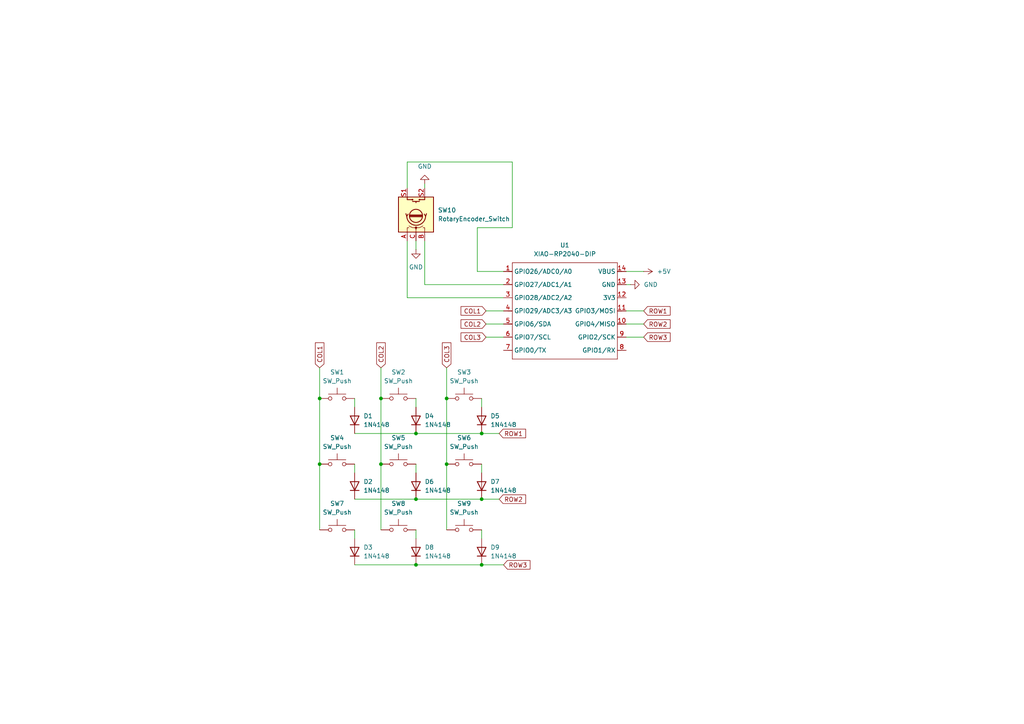
<source format=kicad_sch>
(kicad_sch (version 20250114) (generator "eeschema") (generator_version "9.0")
  (paper "A4")
  (lib_symbols
    (symbol "Device:RotaryEncoder_Switch" (pin_names (offset 0.254) (hide yes))
      (property "Reference" "SW" (at 0 6.604 0))
      (property "Value" "RotaryEncoder_Switch" (at 0 -6.604 0))
      (symbol "RotaryEncoder_Switch_0_1"
        (rectangle (start -5.08 5.08) (end 5.08 -5.08) (stroke (width 0.254)) (fill (type background)))
        (polyline (pts (xy -5.08 2.54) (xy -3.81 2.54) (xy -3.81 2.032)))
        (polyline (pts (xy -5.08 0) (xy -3.81 0) (xy -3.81 -1.016) (xy -3.302 -2.032)))
        (polyline (pts (xy -5.08 -2.54) (xy -3.81 -2.54) (xy -3.81 -2.032)))
        (polyline (pts (xy -4.318 0) (xy -3.81 0) (xy -3.81 1.016) (xy -3.302 2.032)))
        (circle (center -3.81 0) (radius 0.254) (fill (type outline)))
        (polyline (pts (xy -0.635 -1.778) (xy -0.635 1.778)) (stroke (width 0.254)))
        (circle (center -0.381 0) (radius 1.905) (stroke (width 0.254)))
        (polyline (pts (xy -0.381 -1.778) (xy -0.381 1.778)) (stroke (width 0.254)))
        (arc (start -0.381 -2.794) (mid -3.0988 -0.0635) (end -0.381 2.667) (stroke (width 0.254)))
        (polyline (pts (xy -0.127 1.778) (xy -0.127 -1.778)) (stroke (width 0.254)))
        (polyline (pts (xy 0.254 2.921) (xy -0.508 2.667) (xy 0.127 2.286)) (stroke (width 0.254)))
        (polyline (pts (xy 0.254 -3.048) (xy -0.508 -2.794) (xy 0.127 -2.413)) (stroke (width 0.254)))
        (polyline (pts (xy 3.81 1.016) (xy 3.81 -1.016)) (stroke (width 0.254)))
        (polyline (pts (xy 3.81 0) (xy 3.429 0)) (stroke (width 0.254)))
        (circle (center 4.318 1.016) (radius 0.127) (stroke (width 0.254)))
        (circle (center 4.318 -1.016) (radius 0.127) (stroke (width 0.254)))
        (polyline (pts (xy 5.08 2.54) (xy 4.318 2.54) (xy 4.318 1.016)) (stroke (width 0.254)))
        (polyline (pts (xy 5.08 -2.54) (xy 4.318 -2.54) (xy 4.318 -1.016)) (stroke (width 0.254)))
      )
      (symbol "RotaryEncoder_Switch_1_1"
        (pin passive line (at -7.62 2.54 0) (length 2.54) (name "A") (number "A"))
        (pin passive line (at -7.62 0 0) (length 2.54) (name "C") (number "C"))
        (pin passive line (at -7.62 -2.54 0) (length 2.54) (name "B") (number "B"))
        (pin passive line (at 7.62 2.54 180) (length 2.54) (name "S1") (number "S1"))
        (pin passive line (at 7.62 -2.54 180) (length 2.54) (name "S2") (number "S2"))
      )
    )
    (symbol "Diode:1N4148" (pin_numbers (hide yes)) (pin_names (hide yes))
      (property "Reference" "D" (at 0 2.54 0))
      (property "Value" "1N4148" (at 0 -2.54 0))
      (symbol "1N4148_0_1"
        (polyline (pts (xy -1.27 1.27) (xy -1.27 -1.27)) (stroke (width 0.254)))
        (polyline (pts (xy 1.27 1.27) (xy 1.27 -1.27) (xy -1.27 0) (xy 1.27 1.27)) (stroke (width 0.254)))
        (polyline (pts (xy 1.27 0) (xy -1.27 0)))
      )
      (symbol "1N4148_1_1"
        (pin passive line (at -3.81 0 0) (length 2.54) (name "K") (number "1"))
        (pin passive line (at 3.81 0 180) (length 2.54) (name "A") (number "2"))
      )
    )
    (symbol "OPL:XIAO-RP2040-DIP"
      (property "Reference" "U" (at 0 0 0))
      (property "Value" "XIAO-RP2040-DIP" (at 5.334 -1.778 0))
      (symbol "XIAO-RP2040-DIP_1_0"
        (polyline (pts (xy -1.27 -2.54) (xy 29.21 -2.54)) (stroke (width 0.1524)))
        (polyline (pts (xy -1.27 -5.08) (xy -2.54 -5.08)) (stroke (width 0.1524)))
        (polyline (pts (xy -1.27 -5.08) (xy -1.27 -2.54)) (stroke (width 0.1524)))
        (polyline (pts (xy -1.27 -8.89) (xy -2.54 -8.89)) (stroke (width 0.1524)))
        (polyline (pts (xy -1.27 -8.89) (xy -1.27 -5.08)) (stroke (width 0.1524)))
        (polyline (pts (xy -1.27 -12.7) (xy -2.54 -12.7)) (stroke (width 0.1524)))
        (polyline (pts (xy -1.27 -12.7) (xy -1.27 -8.89)) (stroke (width 0.1524)))
        (polyline (pts (xy -1.27 -16.51) (xy -2.54 -16.51)) (stroke (width 0.1524)))
        (polyline (pts (xy -1.27 -16.51) (xy -1.27 -12.7)) (stroke (width 0.1524)))
        (polyline (pts (xy -1.27 -20.32) (xy -2.54 -20.32)) (stroke (width 0.1524)))
        (polyline (pts (xy -1.27 -24.13) (xy -2.54 -24.13)) (stroke (width 0.1524)))
        (polyline (pts (xy -1.27 -27.94) (xy -2.54 -27.94)) (stroke (width 0.1524)))
        (polyline (pts (xy -1.27 -30.48) (xy -1.27 -16.51)) (stroke (width 0.1524)))
        (polyline (pts (xy 29.21 -2.54) (xy 29.21 -5.08)) (stroke (width 0.1524)))
        (polyline (pts (xy 29.21 -5.08) (xy 29.21 -8.89)) (stroke (width 0.1524)))
        (polyline (pts (xy 29.21 -8.89) (xy 29.21 -12.7)) (stroke (width 0.1524)))
        (polyline (pts (xy 29.21 -12.7) (xy 29.21 -30.48)) (stroke (width 0.1524)))
        (polyline (pts (xy 29.21 -30.48) (xy -1.27 -30.48)) (stroke (width 0.1524)))
        (polyline (pts (xy 30.48 -5.08) (xy 29.21 -5.08)) (stroke (width 0.1524)))
        (polyline (pts (xy 30.48 -8.89) (xy 29.21 -8.89)) (stroke (width 0.1524)))
        (polyline (pts (xy 30.48 -12.7) (xy 29.21 -12.7)) (stroke (width 0.1524)))
        (polyline (pts (xy 30.48 -16.51) (xy 29.21 -16.51)) (stroke (width 0.1524)))
        (polyline (pts (xy 30.48 -20.32) (xy 29.21 -20.32)) (stroke (width 0.1524)))
        (polyline (pts (xy 30.48 -24.13) (xy 29.21 -24.13)) (stroke (width 0.1524)))
        (polyline (pts (xy 30.48 -27.94) (xy 29.21 -27.94)) (stroke (width 0.1524)))
        (pin passive line (at -3.81 -5.08 0) (length 2.54) (name "GPIO26/ADC0/A0") (number "1"))
        (pin passive line (at -3.81 -8.89 0) (length 2.54) (name "GPIO27/ADC1/A1") (number "2"))
        (pin passive line (at -3.81 -12.7 0) (length 2.54) (name "GPIO28/ADC2/A2") (number "3"))
        (pin passive line (at -3.81 -16.51 0) (length 2.54) (name "GPIO29/ADC3/A3") (number "4"))
        (pin passive line (at -3.81 -20.32 0) (length 2.54) (name "GPIO6/SDA") (number "5"))
        (pin passive line (at -3.81 -24.13 0) (length 2.54) (name "GPIO7/SCL") (number "6"))
        (pin passive line (at -3.81 -27.94 0) (length 2.54) (name "GPIO0/TX") (number "7"))
        (pin passive line (at 31.75 -5.08 180) (length 2.54) (name "VBUS") (number "14"))
        (pin passive line (at 31.75 -8.89 180) (length 2.54) (name "GND") (number "13"))
        (pin passive line (at 31.75 -12.7 180) (length 2.54) (name "3V3") (number "12"))
        (pin passive line (at 31.75 -16.51 180) (length 2.54) (name "GPIO3/MOSI") (number "11"))
        (pin passive line (at 31.75 -20.32 180) (length 2.54) (name "GPIO4/MISO") (number "10"))
        (pin passive line (at 31.75 -24.13 180) (length 2.54) (name "GPIO2/SCK") (number "9"))
        (pin passive line (at 31.75 -27.94 180) (length 2.54) (name "GPIO1/RX") (number "8"))
      )
    )
    (symbol "Switch:SW_Push" (pin_numbers (hide yes)) (pin_names (offset 1.016) (hide yes))
      (property "Reference" "SW" (at 1.27 2.54 0))
      (property "Value" "SW_Push" (at 0 -1.524 0))
      (symbol "SW_Push_0_1"
        (circle (center -2.032 0) (radius 0.508))
        (polyline (pts (xy 0 1.27) (xy 0 3.048)))
        (circle (center 2.032 0) (radius 0.508))
        (polyline (pts (xy 2.54 1.27) (xy -2.54 1.27)))
        (pin passive line (at -5.08 0 0) (length 2.54) (name "1") (number "1"))
        (pin passive line (at 5.08 0 180) (length 2.54) (name "2") (number "2"))
      )
    )
    (symbol "power:+5V" (power) (pin_numbers (hide yes)) (pin_names (offset 0) (hide yes))
      (property "Value" "+5V" (at 0 3.556 0))
      (symbol "+5V_0_1"
        (polyline (pts (xy -0.762 1.27) (xy 0 2.54)))
        (polyline (pts (xy 0 2.54) (xy 0.762 1.27)))
        (polyline (pts (xy 0 0) (xy 0 2.54)))
      )
      (symbol "+5V_1_1"
        (pin power_in line (at 0 0 90) (length 0) (name "~") (number "1"))
      )
    )
    (symbol "power:GND" (power) (pin_numbers (hide yes)) (pin_names (offset 0) (hide yes))
      (property "Value" "GND" (at 0 -3.81 0))
      (symbol "GND_0_1"
        (polyline (pts (xy 0 0) (xy 0 -1.27) (xy 1.27 -1.27) (xy 0 -2.54) (xy -1.27 -1.27) (xy 0 -1.27)))
      )
      (symbol "GND_1_1"
        (pin power_in line (at 0 0 270) (length 0) (name "~") (number "1"))
      )
    )
  )
  (junction (at 129.54 115.57))
  (junction (at 110.49 115.57))
  (junction (at 139.7 163.83))
  (junction (at 92.71 115.57))
  (junction (at 120.65 144.78))
  (junction (at 139.7 125.73))
  (junction (at 92.71 134.62))
  (junction (at 120.65 125.73))
  (junction (at 139.7 144.78))
  (junction (at 120.65 163.83))
  (junction (at 129.54 134.62))
  (junction (at 110.49 134.62))
  (wire (pts (xy 146.05 78.74) (xy 138.43 78.74)))
  (wire (pts (xy 110.49 134.62) (xy 110.49 153.67)))
  (wire (pts (xy 138.43 66.04) (xy 148.59 66.04)))
  (wire (pts (xy 110.49 115.57) (xy 110.49 134.62)))
  (wire (pts (xy 129.54 106.68) (xy 129.54 115.57)))
  (wire (pts (xy 181.61 90.17) (xy 186.69 90.17)))
  (wire (pts (xy 92.71 134.62) (xy 92.71 153.67)))
  (wire (pts (xy 120.65 163.83) (xy 139.7 163.83)))
  (wire (pts (xy 140.97 97.79) (xy 146.05 97.79)))
  (wire (pts (xy 148.59 66.04) (xy 148.59 46.99)))
  (wire (pts (xy 102.87 125.73) (xy 120.65 125.73)))
  (wire (pts (xy 120.65 115.57) (xy 120.65 118.11)))
  (wire (pts (xy 102.87 134.62) (xy 102.87 137.16)))
  (wire (pts (xy 140.97 93.98) (xy 146.05 93.98)))
  (wire (pts (xy 139.7 134.62) (xy 139.7 137.16)))
  (wire (pts (xy 139.7 125.73) (xy 144.78 125.73)))
  (wire (pts (xy 102.87 144.78) (xy 120.65 144.78)))
  (wire (pts (xy 181.61 82.55) (xy 182.88 82.55)))
  (wire (pts (xy 102.87 153.67) (xy 102.87 156.21)))
  (wire (pts (xy 139.7 144.78) (xy 144.78 144.78)))
  (wire (pts (xy 110.49 106.68) (xy 110.49 115.57)))
  (wire (pts (xy 139.7 153.67) (xy 139.7 156.21)))
  (wire (pts (xy 148.59 46.99) (xy 118.11 46.99)))
  (wire (pts (xy 129.54 134.62) (xy 129.54 153.67)))
  (wire (pts (xy 118.11 46.99) (xy 118.11 54.61)))
  (wire (pts (xy 120.65 69.85) (xy 120.65 72.39)))
  (wire (pts (xy 102.87 115.57) (xy 102.87 118.11)))
  (wire (pts (xy 120.65 153.67) (xy 120.65 156.21)))
  (wire (pts (xy 123.19 53.34) (xy 123.19 54.61)))
  (wire (pts (xy 123.19 82.55) (xy 146.05 82.55)))
  (wire (pts (xy 92.71 115.57) (xy 92.71 134.62)))
  (wire (pts (xy 181.61 97.79) (xy 186.69 97.79)))
  (wire (pts (xy 118.11 86.36) (xy 146.05 86.36)))
  (wire (pts (xy 140.97 90.17) (xy 146.05 90.17)))
  (wire (pts (xy 118.11 69.85) (xy 118.11 86.36)))
  (wire (pts (xy 92.71 106.68) (xy 92.71 115.57)))
  (wire (pts (xy 181.61 93.98) (xy 186.69 93.98)))
  (wire (pts (xy 120.65 125.73) (xy 139.7 125.73)))
  (wire (pts (xy 102.87 163.83) (xy 120.65 163.83)))
  (wire (pts (xy 181.61 78.74) (xy 186.69 78.74)))
  (wire (pts (xy 120.65 134.62) (xy 120.65 137.16)))
  (wire (pts (xy 120.65 144.78) (xy 139.7 144.78)))
  (wire (pts (xy 139.7 115.57) (xy 139.7 118.11)))
  (wire (pts (xy 139.7 163.83) (xy 146.05 163.83)))
  (wire (pts (xy 138.43 78.74) (xy 138.43 66.04)))
  (wire (pts (xy 129.54 115.57) (xy 129.54 134.62)))
  (wire (pts (xy 123.19 69.85) (xy 123.19 82.55)))
  (global_label "COL3" (shape input) (at 129.54 106.68 90) (property "Intersheetrefs" "${INTERSHEET_REFS}" (effects (hide yes))))
  (global_label "COL3" (shape input) (at 140.97 97.79 180) (property "Intersheetrefs" "${INTERSHEET_REFS}" (effects (hide yes))))
  (global_label "COL2" (shape input) (at 110.49 106.68 90) (property "Intersheetrefs" "${INTERSHEET_REFS}" (effects (hide yes))))
  (global_label "ROW3" (shape input) (at 146.05 163.83 0) (property "Intersheetrefs" "${INTERSHEET_REFS}" (effects (hide yes))))
  (global_label "ROW1" (shape input) (at 186.69 90.17 0) (property "Intersheetrefs" "${INTERSHEET_REFS}" (effects (hide yes))))
  (global_label "ROW2" (shape input) (at 186.69 93.98 0) (property "Intersheetrefs" "${INTERSHEET_REFS}" (effects (hide yes))))
  (global_label "ROW2" (shape input) (at 144.78 144.78 0) (property "Intersheetrefs" "${INTERSHEET_REFS}" (effects (hide yes))))
  (global_label "ROW3" (shape input) (at 186.69 97.79 0) (property "Intersheetrefs" "${INTERSHEET_REFS}" (effects (hide yes))))
  (global_label "ROW1" (shape input) (at 144.78 125.73 0) (property "Intersheetrefs" "${INTERSHEET_REFS}" (effects (hide yes))))
  (global_label "COL1" (shape input) (at 140.97 90.17 180) (property "Intersheetrefs" "${INTERSHEET_REFS}" (effects (hide yes))))
  (global_label "COL1" (shape input) (at 92.71 106.68 90) (property "Intersheetrefs" "${INTERSHEET_REFS}" (effects (hide yes))))
  (global_label "COL2" (shape input) (at 140.97 93.98 180) (property "Intersheetrefs" "${INTERSHEET_REFS}" (effects (hide yes))))
  (symbol (lib_id "Switch:SW_Push") (at 97.79 134.62 0) (unit 1)
    (property "Reference" "SW4" (at 97.79 127 0))
    (property "Value" "SW_Push" (at 97.79 129.54 0))
    (property "Footprint" "Button_Switch_Keyboard:SW_Cherry_MX_1.00u_PCB" (effects (hide yes)))
    (property "Description" "Push button switch, generic, two pins" (effects (hide yes)))
  )
  (symbol (lib_id "Diode:1N4148") (at 139.7 160.02 90) (unit 1)
    (property "Reference" "D9" (at 142.24 158.7499 90) (effects (justify right)))
    (property "Value" "1N4148" (at 142.24 161.2899 90) (effects (justify right)))
    (property "Footprint" "Diode_THT:D_DO-35_SOD27_P7.62mm_Horizontal" (effects (hide yes)))
    (property "Datasheet" "https://assets.nexperia.com/documents/data-sheet/1N4148_1N4448.pdf" (effects (hide yes)))
    (property "Description" "100V 0.15A standard switching diode, DO-35" (effects (hide yes)))
    (property "Sim.Device" "D" (effects (hide yes)))
    (property "Sim.Pins" "1=K 2=A" (effects (hide yes)))
  )
  (symbol (lib_id "Diode:1N4148") (at 102.87 121.92 90) (unit 1)
    (property "Reference" "D1" (at 105.41 120.6499 90) (effects (justify right)))
    (property "Value" "1N4148" (at 105.41 123.1899 90) (effects (justify right)))
    (property "Footprint" "Diode_THT:D_DO-35_SOD27_P7.62mm_Horizontal" (effects (hide yes)))
    (property "Datasheet" "https://assets.nexperia.com/documents/data-sheet/1N4148_1N4448.pdf" (effects (hide yes)))
    (property "Description" "100V 0.15A standard switching diode, DO-35" (effects (hide yes)))
    (property "Sim.Device" "D" (effects (hide yes)))
    (property "Sim.Pins" "1=K 2=A" (effects (hide yes)))
  )
  (symbol (lib_id "Diode:1N4148") (at 120.65 121.92 90) (unit 1)
    (property "Reference" "D4" (at 123.19 120.6499 90) (effects (justify right)))
    (property "Value" "1N4148" (at 123.19 123.1899 90) (effects (justify right)))
    (property "Footprint" "Diode_THT:D_DO-35_SOD27_P7.62mm_Horizontal" (effects (hide yes)))
    (property "Datasheet" "https://assets.nexperia.com/documents/data-sheet/1N4148_1N4448.pdf" (effects (hide yes)))
    (property "Description" "100V 0.15A standard switching diode, DO-35" (effects (hide yes)))
    (property "Sim.Device" "D" (effects (hide yes)))
    (property "Sim.Pins" "1=K 2=A" (effects (hide yes)))
  )
  (symbol (lib_id "Diode:1N4148") (at 102.87 140.97 90) (unit 1)
    (property "Reference" "D2" (at 105.41 139.6999 90) (effects (justify right)))
    (property "Value" "1N4148" (at 105.41 142.2399 90) (effects (justify right)))
    (property "Footprint" "Diode_THT:D_DO-35_SOD27_P7.62mm_Horizontal" (effects (hide yes)))
    (property "Datasheet" "https://assets.nexperia.com/documents/data-sheet/1N4148_1N4448.pdf" (effects (hide yes)))
    (property "Description" "100V 0.15A standard switching diode, DO-35" (effects (hide yes)))
    (property "Sim.Device" "D" (effects (hide yes)))
    (property "Sim.Pins" "1=K 2=A" (effects (hide yes)))
  )
  (symbol (lib_id "Switch:SW_Push") (at 115.57 153.67 0) (unit 1)
    (property "Reference" "SW8" (at 115.57 146.05 0))
    (property "Value" "SW_Push" (at 115.57 148.59 0))
    (property "Footprint" "Button_Switch_Keyboard:SW_Cherry_MX_1.00u_PCB" (effects (hide yes)))
    (property "Description" "Push button switch, generic, two pins" (effects (hide yes)))
  )
  (symbol (lib_id "Switch:SW_Push") (at 97.79 153.67 0) (unit 1)
    (property "Reference" "SW7" (at 97.79 146.05 0))
    (property "Value" "SW_Push" (at 97.79 148.59 0))
    (property "Footprint" "Button_Switch_Keyboard:SW_Cherry_MX_1.00u_PCB" (effects (hide yes)))
    (property "Description" "Push button switch, generic, two pins" (effects (hide yes)))
  )
  (symbol (lib_id "Diode:1N4148") (at 139.7 121.92 90) (unit 1)
    (property "Reference" "D5" (at 142.24 120.6499 90) (effects (justify right)))
    (property "Value" "1N4148" (at 142.24 123.1899 90) (effects (justify right)))
    (property "Footprint" "Diode_THT:D_DO-35_SOD27_P7.62mm_Horizontal" (effects (hide yes)))
    (property "Datasheet" "https://assets.nexperia.com/documents/data-sheet/1N4148_1N4448.pdf" (effects (hide yes)))
    (property "Description" "100V 0.15A standard switching diode, DO-35" (effects (hide yes)))
    (property "Sim.Device" "D" (effects (hide yes)))
    (property "Sim.Pins" "1=K 2=A" (effects (hide yes)))
  )
  (symbol (lib_id "Diode:1N4148") (at 120.65 140.97 90) (unit 1)
    (property "Reference" "D6" (at 123.19 139.6999 90) (effects (justify right)))
    (property "Value" "1N4148" (at 123.19 142.2399 90) (effects (justify right)))
    (property "Footprint" "Diode_THT:D_DO-35_SOD27_P7.62mm_Horizontal" (effects (hide yes)))
    (property "Datasheet" "https://assets.nexperia.com/documents/data-sheet/1N4148_1N4448.pdf" (effects (hide yes)))
    (property "Description" "100V 0.15A standard switching diode, DO-35" (effects (hide yes)))
    (property "Sim.Device" "D" (effects (hide yes)))
    (property "Sim.Pins" "1=K 2=A" (effects (hide yes)))
  )
  (symbol (lib_id "Switch:SW_Push") (at 134.62 134.62 0) (unit 1)
    (property "Reference" "SW6" (at 134.62 127 0))
    (property "Value" "SW_Push" (at 134.62 129.54 0))
    (property "Footprint" "Button_Switch_Keyboard:SW_Cherry_MX_1.00u_PCB" (effects (hide yes)))
    (property "Description" "Push button switch, generic, two pins" (effects (hide yes)))
  )
  (symbol (lib_id "Switch:SW_Push") (at 134.62 115.57 0) (unit 1)
    (property "Reference" "SW3" (at 134.62 107.95 0))
    (property "Value" "SW_Push" (at 134.62 110.49 0))
    (property "Footprint" "Button_Switch_Keyboard:SW_Cherry_MX_1.00u_PCB" (effects (hide yes)))
    (property "Description" "Push button switch, generic, two pins" (effects (hide yes)))
  )
  (symbol (lib_id "Switch:SW_Push") (at 134.62 153.67 0) (unit 1)
    (property "Reference" "SW9" (at 134.62 146.05 0))
    (property "Value" "SW_Push" (at 134.62 148.59 0))
    (property "Footprint" "Button_Switch_Keyboard:SW_Cherry_MX_1.00u_PCB" (effects (hide yes)))
    (property "Description" "Push button switch, generic, two pins" (effects (hide yes)))
  )
  (symbol (lib_id "Diode:1N4148") (at 120.65 160.02 90) (unit 1)
    (property "Reference" "D8" (at 123.19 158.7499 90) (effects (justify right)))
    (property "Value" "1N4148" (at 123.19 161.2899 90) (effects (justify right)))
    (property "Footprint" "Diode_THT:D_DO-35_SOD27_P7.62mm_Horizontal" (effects (hide yes)))
    (property "Datasheet" "https://assets.nexperia.com/documents/data-sheet/1N4148_1N4448.pdf" (effects (hide yes)))
    (property "Description" "100V 0.15A standard switching diode, DO-35" (effects (hide yes)))
    (property "Sim.Device" "D" (effects (hide yes)))
    (property "Sim.Pins" "1=K 2=A" (effects (hide yes)))
  )
  (symbol (lib_id "power:GND") (at 120.65 72.39 0) (unit 1)
    (property "Reference" "#PWR01" (effects (hide yes)))
    (property "Value" "GND" (at 120.65 77.47 0))
    (property "Description" "Power symbol creates a global label with name \"GND\" , ground" (effects (hide yes)))
  )
  (symbol (lib_id "Switch:SW_Push") (at 115.57 134.62 0) (unit 1)
    (property "Reference" "SW5" (at 115.57 127 0))
    (property "Value" "SW_Push" (at 115.57 129.54 0))
    (property "Footprint" "Button_Switch_Keyboard:SW_Cherry_MX_1.00u_PCB" (effects (hide yes)))
    (property "Description" "Push button switch, generic, two pins" (effects (hide yes)))
  )
  (symbol (lib_id "Diode:1N4148") (at 102.87 160.02 90) (unit 1)
    (property "Reference" "D3" (at 105.41 158.7499 90) (effects (justify right)))
    (property "Value" "1N4148" (at 105.41 161.2899 90) (effects (justify right)))
    (property "Footprint" "Diode_THT:D_DO-35_SOD27_P7.62mm_Horizontal" (effects (hide yes)))
    (property "Datasheet" "https://assets.nexperia.com/documents/data-sheet/1N4148_1N4448.pdf" (effects (hide yes)))
    (property "Description" "100V 0.15A standard switching diode, DO-35" (effects (hide yes)))
    (property "Sim.Device" "D" (effects (hide yes)))
    (property "Sim.Pins" "1=K 2=A" (effects (hide yes)))
  )
  (symbol (lib_id "Diode:1N4148") (at 139.7 140.97 90) (unit 1)
    (property "Reference" "D7" (at 142.24 139.6999 90) (effects (justify right)))
    (property "Value" "1N4148" (at 142.24 142.2399 90) (effects (justify right)))
    (property "Footprint" "Diode_THT:D_DO-35_SOD27_P7.62mm_Horizontal" (effects (hide yes)))
    (property "Datasheet" "https://assets.nexperia.com/documents/data-sheet/1N4148_1N4448.pdf" (effects (hide yes)))
    (property "Description" "100V 0.15A standard switching diode, DO-35" (effects (hide yes)))
    (property "Sim.Device" "D" (effects (hide yes)))
    (property "Sim.Pins" "1=K 2=A" (effects (hide yes)))
  )
  (symbol (lib_id "power:GND") (at 182.88 82.55 90) (unit 1)
    (property "Reference" "#PWR03" (effects (hide yes)))
    (property "Value" "GND" (at 186.69 82.5499 90) (effects (justify right)))
    (property "Description" "Power symbol creates a global label with name \"GND\" , ground" (effects (hide yes)))
  )
  (symbol (lib_id "power:GND") (at 123.19 53.34 180) (unit 1)
    (property "Reference" "#PWR04" (effects (hide yes)))
    (property "Value" "GND" (at 123.19 48.26 0))
    (property "Description" "Power symbol creates a global label with name \"GND\" , ground" (effects (hide yes)))
  )
  (symbol (lib_id "Switch:SW_Push") (at 97.79 115.57 0) (unit 1)
    (property "Reference" "SW1" (at 97.79 107.95 0))
    (property "Value" "SW_Push" (at 97.79 110.49 0))
    (property "Footprint" "Button_Switch_Keyboard:SW_Cherry_MX_1.00u_PCB" (effects (hide yes)))
    (property "Description" "Push button switch, generic, two pins" (effects (hide yes)))
  )
  (symbol (lib_id "OPL:XIAO-RP2040-DIP") (at 149.86 73.66 0) (unit 1)
    (property "Reference" "U1" (at 163.83 71.12 0))
    (property "Value" "XIAO-RP2040-DIP" (at 163.83 73.66 0))
    (property "Footprint" "OPL:XIAO-RP2040-DIP" (effects (hide yes)))
  )
  (symbol (lib_id "Switch:SW_Push") (at 115.57 115.57 0) (unit 1)
    (property "Reference" "SW2" (at 115.57 107.95 0))
    (property "Value" "SW_Push" (at 115.57 110.49 0))
    (property "Footprint" "Button_Switch_Keyboard:SW_Cherry_MX_1.00u_PCB" (effects (hide yes)))
    (property "Description" "Push button switch, generic, two pins" (effects (hide yes)))
  )
  (symbol (lib_id "Device:RotaryEncoder_Switch") (at 120.65 62.23 90) (unit 1)
    (property "Reference" "SW10" (at 127 60.9599 90) (effects (justify right)))
    (property "Value" "RotaryEncoder_Switch" (at 127 63.4999 90) (effects (justify right)))
    (property "Footprint" "Rotary_Encoder:RotaryEncoder_Alps_EC11E-Switch_Vertical_H20mm_CircularMountingHoles" (effects (hide yes)))
    (property "Description" "Rotary encoder, dual channel, incremental quadrate outputs, with switch" (effects (hide yes)))
  )
  (symbol (lib_id "power:+5V") (at 186.69 78.74 270) (unit 1)
    (property "Reference" "#PWR02" (effects (hide yes)))
    (property "Value" "+5V" (at 190.5 78.7399 90) (effects (justify left)))
    (property "Description" "Power symbol creates a global label with name \"+5V\"" (effects (hide yes)))
  )
)
</source>
